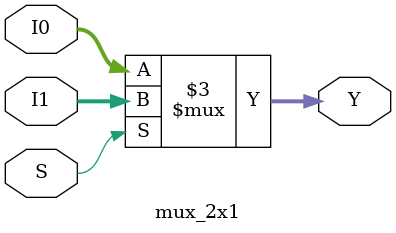
<source format=v>
module mux_2x1 (output reg [31:0] Y, input S, input [31:0] I0, I1);
	always @ (S, I0, I1)
	if (S) Y = I1;
	else Y = I0;
endmodule
</source>
